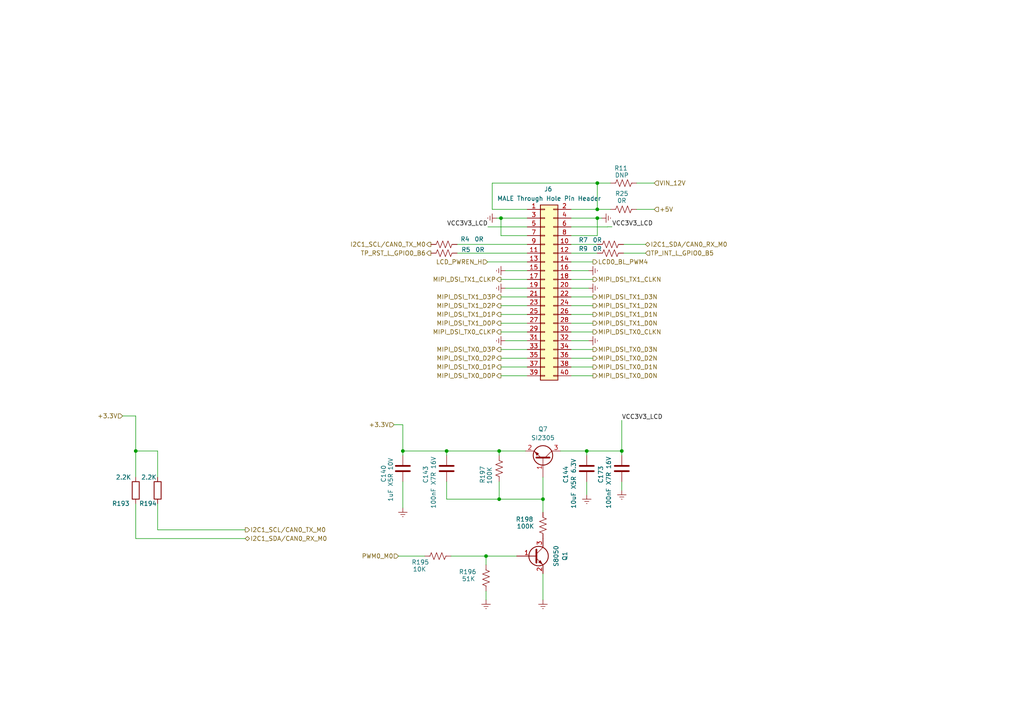
<source format=kicad_sch>
(kicad_sch (version 20231120) (generator "eeschema") (generator_version "8.0")
  (paper "A4")
  (lib_symbols
    (symbol "Connector_Generic:Conn_02x20_Odd_Even" (pin_names (offset 1.016) hide)
      (property "Reference" "J" (at 1.27 25.4 0))
      (property "Value" "Conn_02x20_Odd_Even" (at 1.27 -27.94 0))
      (symbol "Conn_02x20_Odd_Even_1_1"
        (rectangle (start -1.27 -25.273) (end 0 -25.527) (stroke (width 0.1524)))
        (rectangle (start -1.27 -22.733) (end 0 -22.987) (stroke (width 0.1524)))
        (rectangle (start -1.27 -20.193) (end 0 -20.447) (stroke (width 0.1524)))
        (rectangle (start -1.27 -17.653) (end 0 -17.907) (stroke (width 0.1524)))
        (rectangle (start -1.27 -15.113) (end 0 -15.367) (stroke (width 0.1524)))
        (rectangle (start -1.27 -12.573) (end 0 -12.827) (stroke (width 0.1524)))
        (rectangle (start -1.27 -10.033) (end 0 -10.287) (stroke (width 0.1524)))
        (rectangle (start -1.27 -7.493) (end 0 -7.747) (stroke (width 0.1524)))
        (rectangle (start -1.27 -4.953) (end 0 -5.207) (stroke (width 0.1524)))
        (rectangle (start -1.27 -2.413) (end 0 -2.667) (stroke (width 0.1524)))
        (rectangle (start -1.27 0.127) (end 0 -0.127) (stroke (width 0.1524)))
        (rectangle (start -1.27 2.667) (end 0 2.413) (stroke (width 0.1524)))
        (rectangle (start -1.27 5.207) (end 0 4.953) (stroke (width 0.1524)))
        (rectangle (start -1.27 7.747) (end 0 7.493) (stroke (width 0.1524)))
        (rectangle (start -1.27 10.287) (end 0 10.033) (stroke (width 0.1524)))
        (rectangle (start -1.27 12.827) (end 0 12.573) (stroke (width 0.1524)))
        (rectangle (start -1.27 15.367) (end 0 15.113) (stroke (width 0.1524)))
        (rectangle (start -1.27 17.907) (end 0 17.653) (stroke (width 0.1524)))
        (rectangle (start -1.27 20.447) (end 0 20.193) (stroke (width 0.1524)))
        (rectangle (start -1.27 22.987) (end 0 22.733) (stroke (width 0.1524)))
        (rectangle (start -1.27 24.13) (end 3.81 -26.67) (stroke (width 0.254)) (fill (type background)))
        (rectangle (start 3.81 -25.273) (end 2.54 -25.527) (stroke (width 0.1524)))
        (rectangle (start 3.81 -22.733) (end 2.54 -22.987) (stroke (width 0.1524)))
        (rectangle (start 3.81 -20.193) (end 2.54 -20.447) (stroke (width 0.1524)))
        (rectangle (start 3.81 -17.653) (end 2.54 -17.907) (stroke (width 0.1524)))
        (rectangle (start 3.81 -15.113) (end 2.54 -15.367) (stroke (width 0.1524)))
        (rectangle (start 3.81 -12.573) (end 2.54 -12.827) (stroke (width 0.1524)))
        (rectangle (start 3.81 -10.033) (end 2.54 -10.287) (stroke (width 0.1524)))
        (rectangle (start 3.81 -7.493) (end 2.54 -7.747) (stroke (width 0.1524)))
        (rectangle (start 3.81 -4.953) (end 2.54 -5.207) (stroke (width 0.1524)))
        (rectangle (start 3.81 -2.413) (end 2.54 -2.667) (stroke (width 0.1524)))
        (rectangle (start 3.81 0.127) (end 2.54 -0.127) (stroke (width 0.1524)))
        (rectangle (start 3.81 2.667) (end 2.54 2.413) (stroke (width 0.1524)))
        (rectangle (start 3.81 5.207) (end 2.54 4.953) (stroke (width 0.1524)))
        (rectangle (start 3.81 7.747) (end 2.54 7.493) (stroke (width 0.1524)))
        (rectangle (start 3.81 10.287) (end 2.54 10.033) (stroke (width 0.1524)))
        (rectangle (start 3.81 12.827) (end 2.54 12.573) (stroke (width 0.1524)))
        (rectangle (start 3.81 15.367) (end 2.54 15.113) (stroke (width 0.1524)))
        (rectangle (start 3.81 17.907) (end 2.54 17.653) (stroke (width 0.1524)))
        (rectangle (start 3.81 20.447) (end 2.54 20.193) (stroke (width 0.1524)))
        (rectangle (start 3.81 22.987) (end 2.54 22.733) (stroke (width 0.1524)))
        (pin passive line (at -5.08 22.86 0) (length 3.81) (name "Pin_1") (number "1"))
        (pin passive line (at 7.62 12.7 180) (length 3.81) (name "Pin_10") (number "10"))
        (pin passive line (at -5.08 10.16 0) (length 3.81) (name "Pin_11") (number "11"))
        (pin passive line (at 7.62 10.16 180) (length 3.81) (name "Pin_12") (number "12"))
        (pin passive line (at -5.08 7.62 0) (length 3.81) (name "Pin_13") (number "13"))
        (pin passive line (at 7.62 7.62 180) (length 3.81) (name "Pin_14") (number "14"))
        (pin passive line (at -5.08 5.08 0) (length 3.81) (name "Pin_15") (number "15"))
        (pin passive line (at 7.62 5.08 180) (length 3.81) (name "Pin_16") (number "16"))
        (pin passive line (at -5.08 2.54 0) (length 3.81) (name "Pin_17") (number "17"))
        (pin passive line (at 7.62 2.54 180) (length 3.81) (name "Pin_18") (number "18"))
        (pin passive line (at -5.08 0 0) (length 3.81) (name "Pin_19") (number "19"))
        (pin passive line (at 7.62 22.86 180) (length 3.81) (name "Pin_2") (number "2"))
        (pin passive line (at 7.62 0 180) (length 3.81) (name "Pin_20") (number "20"))
        (pin passive line (at -5.08 -2.54 0) (length 3.81) (name "Pin_21") (number "21"))
        (pin passive line (at 7.62 -2.54 180) (length 3.81) (name "Pin_22") (number "22"))
        (pin passive line (at -5.08 -5.08 0) (length 3.81) (name "Pin_23") (number "23"))
        (pin passive line (at 7.62 -5.08 180) (length 3.81) (name "Pin_24") (number "24"))
        (pin passive line (at -5.08 -7.62 0) (length 3.81) (name "Pin_25") (number "25"))
        (pin passive line (at 7.62 -7.62 180) (length 3.81) (name "Pin_26") (number "26"))
        (pin passive line (at -5.08 -10.16 0) (length 3.81) (name "Pin_27") (number "27"))
        (pin passive line (at 7.62 -10.16 180) (length 3.81) (name "Pin_28") (number "28"))
        (pin passive line (at -5.08 -12.7 0) (length 3.81) (name "Pin_29") (number "29"))
        (pin passive line (at -5.08 20.32 0) (length 3.81) (name "Pin_3") (number "3"))
        (pin passive line (at 7.62 -12.7 180) (length 3.81) (name "Pin_30") (number "30"))
        (pin passive line (at -5.08 -15.24 0) (length 3.81) (name "Pin_31") (number "31"))
        (pin passive line (at 7.62 -15.24 180) (length 3.81) (name "Pin_32") (number "32"))
        (pin passive line (at -5.08 -17.78 0) (length 3.81) (name "Pin_33") (number "33"))
        (pin passive line (at 7.62 -17.78 180) (length 3.81) (name "Pin_34") (number "34"))
        (pin passive line (at -5.08 -20.32 0) (length 3.81) (name "Pin_35") (number "35"))
        (pin passive line (at 7.62 -20.32 180) (length 3.81) (name "Pin_36") (number "36"))
        (pin passive line (at -5.08 -22.86 0) (length 3.81) (name "Pin_37") (number "37"))
        (pin passive line (at 7.62 -22.86 180) (length 3.81) (name "Pin_38") (number "38"))
        (pin passive line (at -5.08 -25.4 0) (length 3.81) (name "Pin_39") (number "39"))
        (pin passive line (at 7.62 20.32 180) (length 3.81) (name "Pin_4") (number "4"))
        (pin passive line (at 7.62 -25.4 180) (length 3.81) (name "Pin_40") (number "40"))
        (pin passive line (at -5.08 17.78 0) (length 3.81) (name "Pin_5") (number "5"))
        (pin passive line (at 7.62 17.78 180) (length 3.81) (name "Pin_6") (number "6"))
        (pin passive line (at -5.08 15.24 0) (length 3.81) (name "Pin_7") (number "7"))
        (pin passive line (at 7.62 15.24 180) (length 3.81) (name "Pin_8") (number "8"))
        (pin passive line (at -5.08 12.7 0) (length 3.81) (name "Pin_9") (number "9"))
      )
    )
    (symbol "Device:C" (pin_numbers hide) (pin_names (offset 0.254))
      (property "Reference" "C" (at 0.635 2.54 0))
      (property "Value" "C" (at 0.635 -2.54 0))
      (symbol "C_0_1"
        (polyline (pts (xy -2.032 -0.762) (xy 2.032 -0.762)) (stroke (width 0.508)))
        (polyline (pts (xy -2.032 0.762) (xy 2.032 0.762)) (stroke (width 0.508)))
      )
      (symbol "C_1_1"
        (pin passive line (at 0 3.81 270) (length 2.794) (name "~") (number "1"))
        (pin passive line (at 0 -3.81 90) (length 2.794) (name "~") (number "2"))
      )
    )
    (symbol "Device:R" (pin_numbers hide) (pin_names (offset 0))
      (property "Reference" "R" (at 2.032 0 90))
      (property "Value" "R" (at 0 0 90))
      (symbol "R_0_1"
        (rectangle (start -1.016 -2.54) (end 1.016 2.54) (stroke (width 0.254)))
      )
      (symbol "R_1_1"
        (pin passive line (at 0 3.81 270) (length 1.27) (name "~") (number "1"))
        (pin passive line (at 0 -3.81 90) (length 1.27) (name "~") (number "2"))
      )
    )
    (symbol "Device:R_US" (pin_numbers hide) (pin_names (offset 0))
      (property "Reference" "R" (at 2.54 0 90))
      (property "Value" "R_US" (at -2.54 0 90))
      (symbol "R_US_0_1"
        (polyline (pts (xy 0 -2.286) (xy 0 -2.54)))
        (polyline (pts (xy 0 2.286) (xy 0 2.54)))
        (polyline (pts (xy 0 -0.762) (xy 1.016 -1.143) (xy 0 -1.524) (xy -1.016 -1.905) (xy 0 -2.286)))
        (polyline (pts (xy 0 0.762) (xy 1.016 0.381) (xy 0 0) (xy -1.016 -0.381) (xy 0 -0.762)))
        (polyline (pts (xy 0 2.286) (xy 1.016 1.905) (xy 0 1.524) (xy -1.016 1.143) (xy 0 0.762)))
      )
      (symbol "R_US_1_1"
        (pin passive line (at 0 3.81 270) (length 1.27) (name "~") (number "1"))
        (pin passive line (at 0 -3.81 90) (length 1.27) (name "~") (number "2"))
      )
    )
    (symbol "Transistor_BJT:BC846" (pin_names (offset 0) hide)
      (property "Reference" "Q?" (at 5.08 1.2701 0))
      (property "Value" "BC846" (at 5.08 -1.2699 0))
      (symbol "BC846_0_1"
        (polyline (pts (xy 0.635 0.635) (xy 2.54 2.54)))
        (polyline (pts (xy 0.635 -0.635) (xy 2.54 -2.54) (xy 2.54 -2.54)))
        (polyline (pts (xy 0.635 1.905) (xy 0.635 -1.905) (xy 0.635 -1.905)) (stroke (width 0.508)))
        (polyline (pts (xy 1.27 -1.778) (xy 1.778 -1.27) (xy 2.286 -2.286) (xy 1.27 -1.778) (xy 1.27 -1.778)) (fill (type outline)))
        (circle (center 1.27 0) (radius 2.8194) (stroke (width 0.254)))
      )
      (symbol "BC846_1_1"
        (pin input line (at -5.08 0 0) (length 5.715) (name "B") (number "1"))
        (pin passive line (at 2.54 -5.08 90) (length 2.54) (name "S") (number "2"))
        (pin passive line (at 2.54 5.08 270) (length 2.54) (name "D") (number "3"))
      )
    )
    (symbol "power:Earth" (power) (pin_names (offset 0))
      (symbol "Earth_0_1"
        (polyline (pts (xy -0.635 -1.905) (xy 0.635 -1.905)))
        (polyline (pts (xy -0.127 -2.54) (xy 0.127 -2.54)))
        (polyline (pts (xy 0 -1.27) (xy 0 0)))
        (polyline (pts (xy 1.27 -1.27) (xy -1.27 -1.27)))
      )
      (symbol "Earth_1_1"
        (pin power_in line (at 0 0 270) (length 0) hide (name "Earth") (number "1"))
      )
    )
  )
  (junction (at 173.2431 53.1064))
  (junction (at 140.97 161.29))
  (junction (at 157.48 144.78))
  (junction (at 173.2431 63.2664))
  (junction (at 170.18 130.81))
  (junction (at 144.78 144.78))
  (junction (at 180.34 130.81))
  (junction (at 39.37 130.81))
  (junction (at 129.54 130.81))
  (junction (at 116.84 130.81))
  (junction (at 173.2431 60.7264))
  (junction (at 144.78 130.81))
  (junction (at 145.3031 63.2664))
  (wire (pts (xy 39.37 146.05) (xy 39.37 156.21)))
  (wire (pts (xy 165.6231 83.5864) (xy 170.7031 83.5864)))
  (wire (pts (xy 116.84 123.19) (xy 116.84 130.81)))
  (wire (pts (xy 132.6031 73.4264) (xy 152.9231 73.4264)))
  (wire (pts (xy 146.5731 98.8264) (xy 152.9231 98.8264)))
  (wire (pts (xy 144.78 130.81) (xy 152.4 130.81)))
  (wire (pts (xy 129.54 130.81) (xy 144.78 130.81)))
  (wire (pts (xy 165.6231 96.2864) (xy 171.9731 96.2864)))
  (wire (pts (xy 180.34 142.24) (xy 180.34 139.7)))
  (wire (pts (xy 165.6231 78.5064) (xy 170.7031 78.5064)))
  (wire (pts (xy 165.6231 63.2664) (xy 173.2431 63.2664)))
  (wire (pts (xy 145.3031 88.6664) (xy 152.9231 88.6664)))
  (wire (pts (xy 189.7531 60.7264) (xy 184.6731 60.7264)))
  (wire (pts (xy 140.97 161.29) (xy 140.97 163.83)))
  (wire (pts (xy 45.72 146.05) (xy 45.72 153.67)))
  (wire (pts (xy 115.57 161.29) (xy 123.19 161.29)))
  (wire (pts (xy 180.34 121.92) (xy 180.34 130.81)))
  (wire (pts (xy 180.34 130.81) (xy 180.34 132.08)))
  (wire (pts (xy 170.18 130.81) (xy 170.18 132.08)))
  (wire (pts (xy 165.6231 98.8264) (xy 170.7031 98.8264)))
  (wire (pts (xy 145.3031 68.3464) (xy 145.3031 63.2664)))
  (wire (pts (xy 114.3 123.19) (xy 116.84 123.19)))
  (wire (pts (xy 165.6231 75.9664) (xy 171.9731 75.9664)))
  (wire (pts (xy 129.54 130.81) (xy 129.54 132.08)))
  (wire (pts (xy 165.6231 106.4464) (xy 171.9731 106.4464)))
  (wire (pts (xy 45.72 138.43) (xy 45.72 130.81)))
  (wire (pts (xy 142.7631 53.1064) (xy 173.2431 53.1064)))
  (wire (pts (xy 173.2431 53.1064) (xy 177.0531 53.1064)))
  (wire (pts (xy 176.2243 65.7834) (xy 176.2243 65.8064)))
  (wire (pts (xy 145.3031 81.0464) (xy 152.9231 81.0464)))
  (wire (pts (xy 157.48 144.78) (xy 157.48 148.59)))
  (wire (pts (xy 129.54 139.7) (xy 129.54 144.78)))
  (wire (pts (xy 39.37 130.81) (xy 39.37 138.43)))
  (wire (pts (xy 145.3031 91.2064) (xy 152.9231 91.2064)))
  (wire (pts (xy 180.8631 70.8864) (xy 187.2131 70.8864)))
  (wire (pts (xy 173.2431 68.3464) (xy 173.2431 63.2664)))
  (wire (pts (xy 141.4931 65.8064) (xy 152.9231 65.8064)))
  (wire (pts (xy 170.18 130.81) (xy 180.34 130.81)))
  (wire (pts (xy 130.81 161.29) (xy 140.97 161.29)))
  (wire (pts (xy 141.3955 75.9664) (xy 141.3955 75.9728)))
  (wire (pts (xy 173.2431 60.7264) (xy 165.6231 60.7264)))
  (wire (pts (xy 141.3955 75.9664) (xy 152.9231 75.9664)))
  (wire (pts (xy 145.3031 68.3464) (xy 152.9231 68.3464)))
  (wire (pts (xy 144.0331 63.2664) (xy 145.3031 63.2664)))
  (wire (pts (xy 173.2431 60.7264) (xy 177.0531 60.7264)))
  (wire (pts (xy 165.6231 68.3464) (xy 173.2431 68.3464)))
  (wire (pts (xy 145.3031 96.2864) (xy 152.9231 96.2864)))
  (wire (pts (xy 145.3031 106.4464) (xy 152.9231 106.4464)))
  (wire (pts (xy 144.78 130.81) (xy 144.78 132.08)))
  (wire (pts (xy 142.7631 60.7264) (xy 142.7631 53.1064)))
  (wire (pts (xy 157.48 166.37) (xy 157.48 173.99)))
  (wire (pts (xy 165.6231 70.8864) (xy 173.2431 70.8864)))
  (wire (pts (xy 165.6231 93.7464) (xy 171.9731 93.7464)))
  (wire (pts (xy 176.2243 65.8064) (xy 165.6231 65.8064)))
  (wire (pts (xy 144.78 144.78) (xy 157.48 144.78)))
  (wire (pts (xy 144.78 139.7) (xy 144.78 144.78)))
  (wire (pts (xy 157.48 138.43) (xy 157.48 144.78)))
  (wire (pts (xy 145.3031 103.9064) (xy 152.9231 103.9064)))
  (wire (pts (xy 165.6231 91.2064) (xy 171.9731 91.2064)))
  (wire (pts (xy 165.6231 101.3664) (xy 171.9731 101.3664)))
  (wire (pts (xy 39.37 156.21) (xy 71.12 156.21)))
  (wire (pts (xy 165.6231 108.9864) (xy 171.9731 108.9864)))
  (wire (pts (xy 170.18 143.51) (xy 170.18 139.7)))
  (wire (pts (xy 146.5731 78.5064) (xy 152.9231 78.5064)))
  (wire (pts (xy 149.86 161.29) (xy 140.97 161.29)))
  (wire (pts (xy 165.6231 88.6664) (xy 171.9731 88.6664)))
  (wire (pts (xy 180.8631 73.4264) (xy 187.2131 73.4264)))
  (wire (pts (xy 116.84 130.81) (xy 116.84 132.08)))
  (wire (pts (xy 129.54 144.78) (xy 144.78 144.78)))
  (wire (pts (xy 140.97 171.45) (xy 140.97 173.99)))
  (wire (pts (xy 165.6231 73.4264) (xy 173.2431 73.4264)))
  (wire (pts (xy 39.37 120.65) (xy 39.37 130.81)))
  (wire (pts (xy 145.3031 101.3664) (xy 152.9231 101.3664)))
  (wire (pts (xy 145.3031 86.1264) (xy 152.9231 86.1264)))
  (wire (pts (xy 45.72 130.81) (xy 39.37 130.81)))
  (wire (pts (xy 132.6031 70.8864) (xy 152.9231 70.8864)))
  (wire (pts (xy 165.6231 86.1264) (xy 171.9731 86.1264)))
  (wire (pts (xy 176.2243 65.7834) (xy 177.5157 65.7834)))
  (wire (pts (xy 189.7531 53.1064) (xy 184.6731 53.1064)))
  (wire (pts (xy 116.84 139.7) (xy 116.84 147.32)))
  (wire (pts (xy 145.3031 108.9864) (xy 152.9231 108.9864)))
  (wire (pts (xy 173.2431 53.1064) (xy 173.2431 60.7264)))
  (wire (pts (xy 45.72 153.67) (xy 71.12 153.67)))
  (wire (pts (xy 162.56 130.81) (xy 170.18 130.81)))
  (wire (pts (xy 165.6231 81.0464) (xy 171.9731 81.0464)))
  (wire (pts (xy 142.7631 60.7264) (xy 152.9231 60.7264)))
  (wire (pts (xy 145.3031 93.7464) (xy 152.9231 93.7464)))
  (wire (pts (xy 173.2431 63.2664) (xy 174.5131 63.2664)))
  (wire (pts (xy 146.5731 83.5864) (xy 152.9231 83.5864)))
  (wire (pts (xy 165.6231 103.9064) (xy 171.9731 103.9064)))
  (wire (pts (xy 116.84 130.81) (xy 129.54 130.81)))
  (wire (pts (xy 145.3031 63.2664) (xy 152.9231 63.2664)))
  (wire (pts (xy 35.56 120.65) (xy 39.37 120.65)))
  (label "VCC3V3_LCD" (at 177.5157 65.7834 0))
  (label "VCC3V3_LCD" (at 141.4931 65.8064 180))
  (label "VCC3V3_LCD" (at 180.34 121.92 0))
  (hierarchical_label "MIPI_DSI_TX0_D1N" (shape output) (at 171.9731 106.4464 0))
  (hierarchical_label "I2C1_SCL{slash}CAN0_TX_M0" (shape output) (at 71.12 153.67 0))
  (hierarchical_label "MIPI_DSI_TX0_D3N" (shape output) (at 171.9731 101.3664 0))
  (hierarchical_label "MIPI_DSI_TX1_CLKN" (shape output) (at 171.9731 81.0464 0))
  (hierarchical_label "TP_INT_L_GPIO0_B5" (shape input) (at 187.2131 73.4264 0))
  (hierarchical_label "MIPI_DSI_TX1_D2N" (shape output) (at 171.9731 88.6664 0))
  (hierarchical_label "MIPI_DSI_TX1_D1P" (shape output) (at 145.3031 91.2064 180))
  (hierarchical_label "MIPI_DSI_TX0_D0N" (shape output) (at 171.9731 108.9864 0))
  (hierarchical_label "MIPI_DSI_TX0_D3P" (shape output) (at 145.3031 101.3664 180))
  (hierarchical_label "TP_RST_L_GPIO0_B6" (shape output) (at 124.9831 73.4264 180))
  (hierarchical_label "MIPI_DSI_TX1_D1N" (shape output) (at 171.9731 91.2064 0))
  (hierarchical_label "LCD_PWREN_H" (shape input) (at 141.3955 75.9728 180))
  (hierarchical_label "MIPI_DSI_TX0_D2P" (shape output) (at 145.3031 103.9064 180))
  (hierarchical_label "LCD0_BL_PWM4" (shape output) (at 171.9731 75.9664 0))
  (hierarchical_label "MIPI_DSI_TX1_D0N" (shape output) (at 171.9731 93.7464 0))
  (hierarchical_label "MIPI_DSI_TX1_D2P" (shape output) (at 145.3031 88.6664 180))
  (hierarchical_label "+3.3V" (shape input) (at 35.56 120.65 180))
  (hierarchical_label "MIPI_DSI_TX0_CLKN" (shape output) (at 171.9731 96.2864 0))
  (hierarchical_label "MIPI_DSI_TX0_D2N" (shape output) (at 171.9731 103.9064 0))
  (hierarchical_label "I2C1_SDA{slash}CAN0_RX_M0" (shape bidirectional) (at 187.2131 70.8864 0))
  (hierarchical_label "MIPI_DSI_TX1_D3P" (shape output) (at 145.3031 86.1264 180))
  (hierarchical_label "MIPI_DSI_TX1_D3N" (shape output) (at 171.9731 86.1264 0))
  (hierarchical_label "I2C1_SDA{slash}CAN0_RX_M0" (shape bidirectional) (at 71.12 156.21 0))
  (hierarchical_label "MIPI_DSI_TX1_CLKP" (shape output) (at 145.3031 81.0464 180))
  (hierarchical_label "+5V" (shape input) (at 189.7531 60.7264 0))
  (hierarchical_label "I2C1_SCL{slash}CAN0_TX_M0" (shape output) (at 124.9831 70.8864 180))
  (hierarchical_label "MIPI_DSI_TX0_CLKP" (shape output) (at 145.3031 96.2864 180))
  (hierarchical_label "MIPI_DSI_TX1_D0P" (shape output) (at 145.3031 93.7464 180))
  (hierarchical_label "MIPI_DSI_TX0_D1P" (shape output) (at 145.3031 106.4464 180))
  (hierarchical_label "+3.3V" (shape input) (at 114.3 123.19 180))
  (hierarchical_label "PWM0_M0" (shape input) (at 115.57 161.29 180))
  (hierarchical_label "VIN_12V" (shape input) (at 189.7531 53.1064 0))
  (hierarchical_label "MIPI_DSI_TX0_D0P" (shape output) (at 145.3031 108.9864 180))
  (symbol (lib_id "power:Earth") (at 170.7031 83.5864 90) (unit 1)
    (property "Reference" "#PWR062" (effects (hide yes)))
    (property "Value" "Earth" (effects (hide yes)))
    (property "Description" "Power symbol creates a global label with name \"Earth\"" (effects (hide yes)))
  )
  (symbol (lib_id "power:Earth") (at 157.48 173.99 0) (unit 1)
    (property "Reference" "#PWR0123" (effects (hide yes)))
    (property "Value" "Earth" (effects (hide yes)))
    (property "Description" "Power symbol creates a global label with name \"Earth\"" (effects (hide yes)))
  )
  (symbol (lib_id "power:Earth") (at 144.0331 63.2664 270) (unit 1)
    (property "Reference" "#PWR057" (effects (hide yes)))
    (property "Value" "Earth" (effects (hide yes)))
    (property "Description" "Power symbol creates a global label with name \"Earth\"" (effects (hide yes)))
  )
  (symbol (lib_id "power:Earth") (at 146.5731 98.8264 270) (unit 1)
    (property "Reference" "#PWR060" (effects (hide yes)))
    (property "Value" "Earth" (effects (hide yes)))
    (property "Description" "Power symbol creates a global label with name \"Earth\"" (effects (hide yes)))
  )
  (symbol (lib_id "Device:R_US") (at 157.48 152.4 180) (unit 1)
    (property "Reference" "R198" (at 152.146 150.622 0))
    (property "Value" "100K" (at 152.4 152.654 0))
    (property "Footprint" "Resistor_SMD:R_0402_1005Metric" (effects (hide yes)))
    (property "Description" "Resistor, US symbol" (effects (hide yes)))
    (property "MPN" "0402WGF1003TCE" (effects (hide yes)))
  )
  (symbol (lib_id "Device:R_US") (at 140.97 167.64 180) (unit 1)
    (property "Reference" "R196" (at 135.636 165.862 0))
    (property "Value" "51K" (at 135.89 167.894 0))
    (property "Footprint" "Resistor_SMD:R_0402_1005Metric" (effects (hide yes)))
    (property "Description" "Resistor, US symbol" (effects (hide yes)))
    (property "MPN" "0402WGF5102TCE" (effects (hide yes)))
  )
  (symbol (lib_id "power:Earth") (at 170.7031 78.5064 90) (unit 1)
    (property "Reference" "#PWR061" (effects (hide yes)))
    (property "Value" "Earth" (effects (hide yes)))
    (property "Description" "Power symbol creates a global label with name \"Earth\"" (effects (hide yes)))
  )
  (symbol (lib_id "Device:R_US") (at 127 161.29 270) (unit 1)
    (property "Reference" "R195" (at 121.92 163.068 90))
    (property "Value" "10K" (at 121.666 165.1 90))
    (property "Footprint" "Resistor_SMD:R_0402_1005Metric" (effects (hide yes)))
    (property "Description" "Resistor, US symbol" (effects (hide yes)))
    (property "MPN" "RC0402FR-0710KL" (effects (hide yes)))
  )
  (symbol (lib_id "Device:C") (at 116.84 135.89 0) (unit 1)
    (property "Reference" "C140" (at 111.252 139.954 90) (effects (justify left)))
    (property "Value" "1uF X5R 10V" (at 113.284 145.542 90) (effects (justify left)))
    (property "Footprint" "Capacitor_SMD:C_0402_1005Metric" (effects (hide yes)))
    (property "Description" "Unpolarized capacitor" (effects (hide yes)))
    (property "MPN" "CL05A105KP5NNNC" (effects (hide yes)))
  )
  (symbol (lib_id "Transistor_BJT:BC846") (at 157.48 133.35 270) (mirror x) (unit 1)
    (property "Reference" "Q7" (at 157.48 124.46 90))
    (property "Value" "SI2305" (at 157.48 127 90))
    (property "Footprint" "Package_TO_SOT_SMD:SOT-23" (effects (hide yes)))
    (property "Datasheet" "https://assets.nexperia.com/documents/data-sheet/BC846_SER.pdf" (effects (hide yes)))
    (property "Description" "0.1A Ic, 65V Vce, NPN Transistor, SOT-23" (effects (hide yes)))
    (property "MPN" "SI2305" (effects (hide yes)))
  )
  (symbol (lib_id "Device:R") (at 39.37 142.24 180) (unit 1)
    (property "Reference" "R193" (at 35.052 146.05 0))
    (property "Value" "2.2K" (at 35.814 138.43 0))
    (property "Footprint" "Resistor_SMD:R_0402_1005Metric" (effects (hide yes)))
    (property "Description" "Resistor" (effects (hide yes)))
    (property "MPN" "0402WGF2201TCE" (effects (hide yes)))
  )
  (symbol (lib_id "Device:C") (at 170.18 135.89 0) (unit 1)
    (property "Reference" "C144" (at 164.084 140.208 90) (effects (justify left)))
    (property "Value" "10uF X5R 6.3V" (at 166.37 147.574 90) (effects (justify left)))
    (property "Footprint" "Capacitor_SMD:C_0402_1005Metric" (effects (hide yes)))
    (property "Description" "Unpolarized capacitor" (effects (hide yes)))
    (property "MPN" "CL05A106MQ5NUNC" (effects (hide yes)))
  )
  (symbol (lib_id "Device:C") (at 180.34 135.89 0) (unit 1)
    (property "Reference" "C173" (at 174.244 140.208 90) (effects (justify left)))
    (property "Value" "100nF X7R 16V" (at 176.53 147.574 90) (effects (justify left)))
    (property "Footprint" "Capacitor_SMD:C_0402_1005Metric" (effects (hide yes)))
    (property "Description" "Unpolarized capacitor" (effects (hide yes)))
    (property "MPN" "CC0402KRX7R7BB104" (effects (hide yes)))
  )
  (symbol (lib_id "Connector_Generic:Conn_02x20_Odd_Even") (at 158.0031 83.5864 0) (unit 1)
    (property "Reference" "J6" (at 159.004 54.864 0))
    (property "Value" "MALE Through Hole Pin Header" (at 159.2731 57.5713 0))
    (property "Footprint" "Connector_PinHeader_1.27mm:PinHeader_2x20_P1.27mm_Vertical" (effects (hide yes)))
    (property "Description" "Generic connector, double row, 02x20, odd/even pin numbering scheme (row 1 odd numbers, row 2 even numbers), script generated (kicad-library-utils/schlib/autogen/connector/)" (effects (hide yes)))
    (property "MPN" "2*20 1.27mm 插件排针" (effects (hide yes)))
  )
  (symbol (lib_id "power:Earth") (at 170.7031 98.8264 90) (unit 1)
    (property "Reference" "#PWR063" (effects (hide yes)))
    (property "Value" "Earth" (effects (hide yes)))
    (property "Description" "Power symbol creates a global label with name \"Earth\"" (effects (hide yes)))
  )
  (symbol (lib_id "Device:R_US") (at 128.7931 70.8864 90) (unit 1)
    (property "Reference" "R4" (at 134.8891 69.3624 90))
    (property "Value" "0R" (at 138.9531 69.3624 90))
    (property "Footprint" "Resistor_SMD:R_0603_1608Metric" (effects (hide yes)))
    (property "Description" "Resistor, US symbol" (effects (hide yes)))
    (property "MPN" "0603WAF0000T5E" (effects (hide yes)))
  )
  (symbol (lib_id "power:Earth") (at 174.5131 63.2664 90) (unit 1)
    (property "Reference" "#PWR064" (effects (hide yes)))
    (property "Value" "Earth" (effects (hide yes)))
    (property "Description" "Power symbol creates a global label with name \"Earth\"" (effects (hide yes)))
  )
  (symbol (lib_id "Device:C") (at 129.54 135.89 0) (unit 1)
    (property "Reference" "C143" (at 123.444 140.208 90) (effects (justify left)))
    (property "Value" "100nF X7R 16V" (at 125.73 147.574 90) (effects (justify left)))
    (property "Footprint" "Capacitor_SMD:C_0402_1005Metric" (effects (hide yes)))
    (property "Description" "Unpolarized capacitor" (effects (hide yes)))
    (property "MPN" "CC0402KRX7R7BB104" (effects (hide yes)))
  )
  (symbol (lib_id "power:Earth") (at 146.5731 78.5064 270) (unit 1)
    (property "Reference" "#PWR058" (effects (hide yes)))
    (property "Value" "Earth" (effects (hide yes)))
    (property "Description" "Power symbol creates a global label with name \"Earth\"" (effects (hide yes)))
  )
  (symbol (lib_id "Transistor_BJT:BC846") (at 154.94 161.29 0) (unit 1)
    (property "Reference" "Q1" (at 163.83 161.29 90))
    (property "Value" "S8050" (at 161.29 161.29 90))
    (property "Footprint" "Package_TO_SOT_SMD:SOT-23" (effects (hide yes)))
    (property "Datasheet" "https://assets.nexperia.com/documents/data-sheet/BC846_SER.pdf" (effects (hide yes)))
    (property "Description" "0.1A Ic, 65V Vce, NPN Transistor, SOT-23" (effects (hide yes)))
    (property "MPN" "S8050" (effects (hide yes)))
  )
  (symbol (lib_id "Device:R") (at 45.72 142.24 0) (unit 1)
    (property "Reference" "R194" (at 42.926 146.05 0))
    (property "Value" "2.2K" (at 43.18 138.43 0))
    (property "Footprint" "Resistor_SMD:R_0402_1005Metric" (effects (hide yes)))
    (property "Description" "Resistor" (effects (hide yes)))
    (property "MPN" "0402WGF2201TCE" (effects (hide yes)))
  )
  (symbol (lib_id "Device:R_US") (at 177.0531 70.8864 90) (unit 1)
    (property "Reference" "R7" (at 169.1791 69.6164 90))
    (property "Value" "0R" (at 173.2431 69.6164 90))
    (property "Footprint" "Resistor_SMD:R_0603_1608Metric" (effects (hide yes)))
    (property "Description" "Resistor, US symbol" (effects (hide yes)))
    (property "MPN" "0603WAF0000T5E" (effects (hide yes)))
  )
  (symbol (lib_id "Device:R_US") (at 180.8631 53.1064 90) (unit 1)
    (property "Reference" "R11" (at 180.1011 48.7884 90))
    (property "Value" "DNP" (at 180.3551 50.8204 90))
    (property "Footprint" "Resistor_SMD:R_0603_1608Metric" (effects (hide yes)))
    (property "Description" "Resistor, US symbol" (effects (hide yes)))
  )
  (symbol (lib_id "power:Earth") (at 116.84 147.32 0) (unit 1)
    (property "Reference" "#PWR0110" (effects (hide yes)))
    (property "Value" "Earth" (effects (hide yes)))
    (property "Description" "Power symbol creates a global label with name \"Earth\"" (effects (hide yes)))
  )
  (symbol (lib_id "power:Earth") (at 140.97 173.99 0) (unit 1)
    (property "Reference" "#PWR0122" (effects (hide yes)))
    (property "Value" "Earth" (effects (hide yes)))
    (property "Description" "Power symbol creates a global label with name \"Earth\"" (effects (hide yes)))
  )
  (symbol (lib_id "power:Earth") (at 170.18 143.51 0) (unit 1)
    (property "Reference" "#PWR046" (effects (hide yes)))
    (property "Value" "Earth" (effects (hide yes)))
    (property "Description" "Power symbol creates a global label with name \"Earth\"" (effects (hide yes)))
  )
  (symbol (lib_id "Device:R_US") (at 128.7931 73.4264 90) (unit 1)
    (property "Reference" "R5" (at 135.1431 72.4104 90))
    (property "Value" "0R" (at 139.2071 72.4104 90))
    (property "Footprint" "Resistor_SMD:R_0603_1608Metric" (effects (hide yes)))
    (property "Description" "Resistor, US symbol" (effects (hide yes)))
    (property "MPN" "0603WAF0000T5E" (effects (hide yes)))
  )
  (symbol (lib_id "power:Earth") (at 146.5731 83.5864 270) (unit 1)
    (property "Reference" "#PWR059" (effects (hide yes)))
    (property "Value" "Earth" (effects (hide yes)))
    (property "Description" "Power symbol creates a global label with name \"Earth\"" (effects (hide yes)))
  )
  (symbol (lib_id "Device:R_US") (at 180.8631 60.7264 90) (unit 1)
    (property "Reference" "R25" (at 180.3551 56.1544 90))
    (property "Value" "0R" (at 180.3551 58.1864 90))
    (property "Footprint" "Resistor_SMD:R_0603_1608Metric" (effects (hide yes)))
    (property "Description" "Resistor, US symbol" (effects (hide yes)))
    (property "MPN" "0603WAF0000T5E" (effects (hide yes)))
  )
  (symbol (lib_id "Device:R_US") (at 177.0531 73.4264 90) (unit 1)
    (property "Reference" "R9" (at 169.1791 72.1564 90))
    (property "Value" "0R" (at 173.2431 72.1564 90))
    (property "Footprint" "Resistor_SMD:R_0603_1608Metric" (effects (hide yes)))
    (property "Description" "Resistor, US symbol" (effects (hide yes)))
    (property "MPN" "0603WAF0000T5E" (effects (hide yes)))
  )
  (symbol (lib_id "power:Earth") (at 180.34 142.24 0) (unit 1)
    (property "Reference" "#PWR047" (effects (hide yes)))
    (property "Value" "Earth" (effects (hide yes)))
    (property "Description" "Power symbol creates a global label with name \"Earth\"" (effects (hide yes)))
  )
  (symbol (lib_id "Device:R_US") (at 144.78 135.89 180) (unit 1)
    (property "Reference" "R197" (at 139.954 137.668 90))
    (property "Value" "100K" (at 141.986 137.922 90))
    (property "Footprint" "Resistor_SMD:R_0402_1005Metric" (effects (hide yes)))
    (property "Description" "Resistor, US symbol" (effects (hide yes)))
    (property "MPN" "0402WGF1003TCE" (effects (hide yes)))
  )
)
</source>
